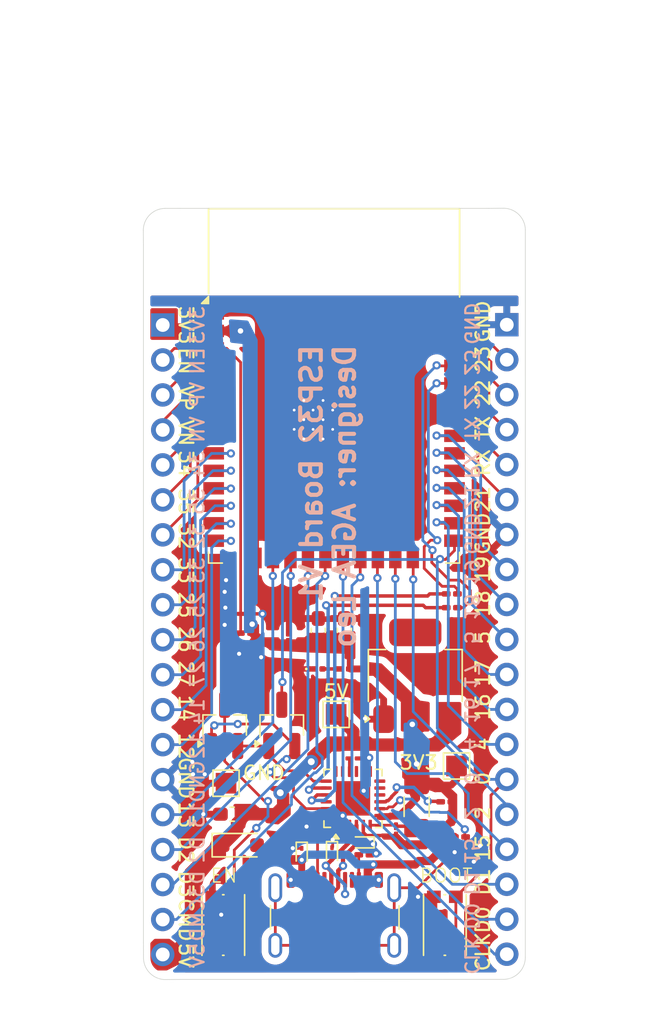
<source format=kicad_pcb>
(kicad_pcb (version 20241229) (generator "pcbnew") (generator_version "9.0")
  (layers (0 "F.Cu" signal) (2 "B.Cu" signal) (13 "F.Paste" user) (15 "B.Paste" user) (5 "F.SilkS" user "F.Silkscreen") (7 "B.SilkS" user "B.Silkscreen") (1 "F.Mask" user) (3 "B.Mask" user) (25 "Edge.Cuts" user))
  (net 0 "")
  (net 1 "GND")
  (net 2 "EXT 5V")
  (net 3 "+3.3V")
  (net 4 "Net-(U2-VPP)")
  (net 5 "Net-(U2-VDD)")
  (net 6 "/EN")
  (net 7 "Net-(D1-A)")
  (net 8 "VBUS")
  (net 9 "/D+")
  (net 10 "/D-")
  (net 11 "Net-(J1-SHIELD)")
  (net 12 "Net-(J1-CC1)")
  (net 13 "Net-(J1-CC2)")
  (net 14 "/IO35")
  (net 15 "/IO26")
  (net 16 "/IO27")
  (net 17 "/SD2")
  (net 18 "/IO14")
  (net 19 "/IO12")
  (net 20 "/SENSOR_VN")
  (net 21 "/IO33")
  (net 22 "/IO25")
  (net 23 "/SD3")
  (net 24 "/IO34")
  (net 25 "/CMD")
  (net 26 "/IO32")
  (net 27 "/IO13")
  (net 28 "/SENSOR_VP")
  (net 29 "/IO16")
  (net 30 "/SD0")
  (net 31 "/IO21")
  (net 32 "/IO4")
  (net 33 "/IO0")
  (net 34 "/IO18")
  (net 35 "/IO23")
  (net 36 "/SD1")
  (net 37 "/IO17")
  (net 38 "/TXD0")
  (net 39 "/IO19")
  (net 40 "/IO15")
  (net 41 "/RXD0")
  (net 42 "/CLK")
  (net 43 "/IO5")
  (net 44 "/IO2")
  (net 45 "/IO22")
  (net 46 "/RTS")
  (net 47 "/DTR")
  (net 48 "/TXD")
  (net 49 "/RXD")
  (net 50 "Net-(U2-VBUS)")
  (net 51 "Net-(U2-~{RST})")
  (net 52 "/DSR")
  (net 53 "/RI")
  (net 57 "/CTS")
  (net 60 "Net-(U2-~{SUSPEND})")
  (net 61 "/DCD")
  (footprint "ESP32:SOT-223" (layer "F.Cu") (at 208.75 74.7 90)
    (property "Reference" "U1" (hide yes))
    (property "Value" "AMS1117-3.3")
  )
  (footprint "ESP32:TestPoint_Pad_1.5x1.5mm" (layer "F.Cu") (at 211.75 81.25)
    (property "Reference" "3V3")
    (property "Value" "TestPoint_Pad_1.5x1.5mm")
  )
  (footprint "ESP32:SOT-23_Handsoldering" (layer "F.Cu") (at 199.05 78.3 90)
    (property "Reference" "Q1" (hide yes))
    (property "Value" "BSS138")
  )
  (footprint "ESP32:C_01005_0402Metric_Pad0.57x0.30mm_HandSolder" (layer "F.Cu") (at 199.5 71.9 90)
    (property "Reference" "C8" (hide yes))
    (property "Value" "100n")
  )
  (footprint "ESP32:R_0201_0603Metric_Pad0.64x0.40mm_HandSolder" (layer "F.Cu") (at 211 83.85 180)
    (property "Reference" "R8" (hide yes))
    (property "Value" "2k")
  )
  (footprint "ESP32:D_SOD-923" (layer "F.Cu") (at 200.5 87.65 -90)
    (property "Reference" "D5" (hide yes))
    (property "Value" "ESD9B5.0ST5G")
  )
  (footprint "ESP32:C_1206_3216Metric_Pad1.33x1.80mm_HandSolder" (layer "F.Cu") (at 208.85 84.2 -90)
    (property "Reference" "C5" (hide yes))
    (property "Value" "10µ")
  )
  (footprint "ESP32:R_0201_0603Metric_Pad0.64x0.40mm_HandSolder" (layer "F.Cu") (at 211.4075 68.75 180)
    (property "Reference" "R2" (hide yes))
    (property "Value" "0R")
  )
  (footprint "ESP32:R_0201_0603Metric_Pad0.64x0.40mm_HandSolder" (layer "F.Cu") (at 212 86.4)
    (property "Reference" "R5" (hide yes))
    (property "Value" "22k")
  )
  (footprint "ESP32:D_SOD-323_HandSoldering" (layer "F.Cu") (at 196 87)
    (property "Reference" "D2" (hide yes))
    (property "Value" "BAT760-7")
  )
  (footprint "ESP32:D_SOD-923" (layer "F.Cu") (at 202.7 87.6 -90)
    (property "Reference" "D3" (hide yes))
    (property "Value" "ESD9B5.0ST5G")
  )
  (footprint "ESP32:LED_0201_0603Metric" (layer "F.Cu") (at 201.6875 74.2)
    (property "Reference" "D1" (hide yes))
    (property "Value" "RED")
  )
  (footprint "ESP32:TestPoint_Pad_1.5x1.5mm" (layer "F.Cu") (at 195 82.5)
    (property "Reference" "GND")
    (property "Value" "TestPoint_Pad_1.5x1.5mm")
  )
  (footprint "ESP32:C_0603_1608Metric_Pad1.08x0.95mm_HandSolder" (layer "F.Cu") (at 195.45 84.75 180)
    (property "Reference" "C1" (hide yes))
    (property "Value" "22µ")
  )
  (footprint "ESP32:R_0201_0603Metric_Pad0.64x0.40mm_HandSolder" (layer "F.Cu") (at 203.62 74.2 180)
    (property "Reference" "R4" (hide yes))
    (property "Value" "2k")
  )
  (footprint "ESP32:ESP32-WROOM-32D" (layer "F.Cu") (at 202.85 56.63)
    (property "Reference" "U3" (hide yes))
    (property "Value" "ESP32-WROOM-32D")
  )
  (footprint "ESP32:D_SOD-923" (layer "F.Cu") (at 204.9 86.8 180)
    (property "Reference" "D4" (hide yes))
    (property "Value" "ESD9B5.0ST5G")
  )
  (footprint "ESP32:PinHeader_1x19_P2.54mm_Vertical" (layer "F.Cu") (at 215.4 49.2)
    (property "Reference" "J3" (hide yes))
    (property "Value" "Conn_01x19_Socket")
  )
  (footprint "ESP32:R_01005_0402Metric_Pad0.57x0.30mm_HandSolder" (layer "F.Cu") (at 212.0625 87.4 180)
    (property "Reference" "R6" (hide yes))
    (property "Value" "47,5k")
  )
  (footprint "ESP32:QFN-24-1EP_4x4mm_P0.5mm_EP2.5x2.5mm" (layer "F.Cu") (at 204.225 83.6 90)
    (property "Reference" "U2" (hide yes))
    (property "Value" "CP2104")
  )
  (footprint "ESP32:C_01005_0402Metric_Pad0.57x0.30mm_HandSolder" (layer "F.Cu") (at 204.3 80.7)
    (property "Reference" "C3" (hide yes))
    (property "Value" "4,7µ")
  )
  (footprint "ESP32:C_01005_0402Metric_Pad0.57x0.30mm_HandSolder" (layer "F.Cu") (at 207.35 85.9625 90)
    (property "Reference" "C4" (hide yes))
    (property "Value" "100n")
  )
  (footprint "ESP32:PinHeader_1x19_P2.54mm_Vertical" (layer "F.Cu") (at 190.4 49.22)
    (property "Reference" "J2" (hide yes))
    (property "Value" "Conn_01x19_Socket")
  )
  (footprint "ESP32:R_0201_0603Metric_Pad0.64x0.40mm_HandSolder" (layer "F.Cu") (at 211.4075 69.75 180)
    (property "Reference" "R3" (hide yes))
    (property "Value" "0R")
  )
  (footprint "ESP32:TestPoint_Pad_1.5x1.5mm" (layer "F.Cu") (at 203 77.5)
    (property "Reference" "5V")
    (property "Value" "TestPoint_Pad_1.5x1.5mm")
  )
  (footprint "ESP32:C_0603_1608Metric_Pad1.08x0.95mm_HandSolder" (layer "F.Cu") (at 203.6 71.4 90)
    (property "Reference" "C2" (hide yes))
    (property "Value" "22µ")
  )
  (footprint "ESP32:SW_Push_1P1T_NO_CK_KMR2" (layer "F.Cu") (at 194.8 92.8 90)
    (property "Reference" "SW1" (hide yes))
    (property "Value" "SW_Push")
  )
  (footprint "ESP32:R_0201_0603Metric_Pad0.64x0.40mm_HandSolder" (layer "F.Cu") (at 196.45 71.6 180)
    (property "Reference" "R11" (hide yes))
    (property "Value" "10k")
  )
  (footprint "ESP32:USB_C_Receptacle_GCT_USB4105-xx-A_16P_TopMnt_Horizontal" (layer "F.Cu") (at 202.9 93.2)
    (property "Reference" "J1" (hide yes))
    (property "Value" "USB_C_Receptacle_USB2.0_14P")
  )
  (footprint "ESP32:R_0201_0603Metric_Pad0.64x0.40mm_HandSolder" (layer "F.Cu") (at 205.05 87.7)
    (property "Reference" "R7" (hide yes))
    (property "Value" "5,1k")
  )
  (footprint "ESP32:C_01005_0402Metric_Pad0.57x0.30mm_HandSolder" (layer "F.Cu") (at 196.4 70.2)
    (property "Reference" "C7" (hide yes))
    (property "Value" "100n")
  )
  (footprint "ESP32:SW_Push_1P1T_NO_CK_KMR2" (layer "F.Cu") (at 210.9 92.8 90)
    (property "Reference" "SW2" (hide yes))
    (property "Value" "SW_Push")
  )
  (footprint "ESP32:R_0201_0603Metric_Pad0.64x0.40mm_HandSolder" (layer "F.Cu") (at 201.25 86.2)
    (property "Reference" "R9" (hide yes))
    (property "Value" "5,1k")
  )
  (footprint "ESP32:SOT-23_Handsoldering" (layer "F.Cu") (at 194.9 78.3 90)
    (property "Reference" "Q2" (hide yes))
    (property "Value" "BSS138")
  )
  (footprint "ESP32:R_01005_0402Metric_Pad0.57x0.30mm_HandSolder" (layer "F.Cu") (at 212.025 88.2)
    (property "Reference" "R1" (hide yes))
    (property "Value" "1M")
  )
  (footprint "ESP32:C_0603_1608Metric_Pad1.08x0.95mm_HandSolder" (layer "F.Cu") (at 201.7 71.4 90)
    (property "Reference" "C6" (hide yes))
    (property "Value" "22µ")
  )
  (gr_line (start 188.998833 94.101167) (end 189.001698 95.1828) (stroke (width 0.05)) (layer "Edge.Cuts"))
  (gr_arc (start 190.597201 96.761317) (mid 189.475 96.3) (end 189.001698 95.1828) (stroke (width 0.05)) (layer "Edge.Cuts"))
  (gr_arc (start 216.745502 95.15) (mid 216.284185 96.272201) (end 215.166985 96.745503) (stroke (width 0.05)) (layer "Edge.Cuts"))
  (gr_line (start 188.998833 94.101167) (end 188.998833 43.398833) (stroke (width 0.05)) (layer "Edge.Cuts"))
  (gr_line (start 190.597201 96.761317) (end 191.6488 96.751167) (stroke (width 0.05)) (layer "Edge.Cuts"))
  (gr_line (start 215.167674 96.745503) (end 191.6488 96.751167) (stroke (width 0.05)) (layer "Edge.Cuts"))
  (gr_arc (start 215.152799 40.738683) (mid 216.275 41.2) (end 216.748302 42.3172) (stroke (width 0.05)) (layer "Edge.Cuts"))
  (gr_line (start 216.748302 42.315144) (end 216.745502 95.15) (stroke (width 0.05)) (layer "Edge.Cuts"))
  (gr_arc (start 188.988683 42.347201) (mid 189.45 41.225) (end 190.5672 40.751698) (stroke (width 0.05)) (layer "Edge.Cuts"))
  (gr_line (start 214.101167 40.748833) (end 215.152799 40.738683) (stroke (width 0.05)) (layer "Edge.Cuts"))
  (gr_line (start 190.5672 40.748833) (end 191.648833 40.748833) (stroke (width 0.05)) (layer "Edge.Cuts"))
  (gr_line (start 188.988683 42.3472) (end 188.998833 43.398833) (stroke (width 0.05)) (layer "Edge.Cuts"))
  (gr_line (start 191.648833 40.748833) (end 214.101167 40.748833) (stroke (width 0.05)) (layer "Edge.Cuts"))
  (gr_text "12" (at 191.5 78.75 270) (layer "F.SilkS") (effects (font (size 1 1) (thickness 0.16)) (justify left bottom)))
  (gr_text "18" (at 214.25 70.5 90) (layer "F.SilkS") (effects (font (size 1 1) (thickness 0.16)) (justify left bottom)))
  (gr_text "13" (at 191.5 83.75 270) (layer "F.SilkS") (effects (font (size 1 1) (thickness 0.16)) (justify left bottom)))
  (gr_text "GND" (at 214.25 50.6 90) (layer "F.SilkS") (effects (font (size 1 1) (thickness 0.16)) (justify left bottom)))
  (gr_text "25" (at 191.5 68.5 270) (layer "F.SilkS") (effects (font (size 1 1) (thickness 0.16)) (justify left bottom)))
  (gr_text "15" (at 214.25 88.25 90) (layer "F.SilkS") (effects (font (size 1 1) (thickness 0.16)) (justify left bottom)))
  (gr_text "32" (at 191.5 63.5 270) (layer "F.SilkS") (effects (font (size 1 1) (thickness 0.16)) (justify left bottom)))
  (gr_text "D2" (at 191.5 86.25 270) (layer "F.SilkS") (effects (font (size 1 1) (thickness 0.16)) (justify left bottom)))
  (gr_text "33" (at 191.5 66 270) (layer "F.SilkS") (effects (font (size 1 1) (thickness 0.16)) (justify left bottom)))
  (gr_text "GND" (at 191.5 80.5 270) (layer "F.SilkS") (effects (font (size 1 1) (thickness 0.16)) (justify left bottom)))
  (gr_text "TX" (at 214.25 57.65 90) (layer "F.SilkS") (effects (font (size 1 1) (thickness 0.16)) (justify left bottom)))
  (gr_text "26" (at 191.5 71 270) (layer "F.SilkS") (effects (font (size 1 1) (thickness 0.16)) (justify left bottom)))
  (gr_text "22\n" (at 214.25 55.2 90) (layer "F.SilkS") (effects (font (size 1 1) (thickness 0.16)) (justify left bottom)))
  (gr_text "17" (at 214.25 74.5 90) (layer "F.SilkS") (effects (font (size 1 1) (thickness 0.16)) (justify bottom)))
  (gr_text "27" (at 191.5 73.5 270) (layer "F.SilkS") (effects (font (size 1 1) (thickness 0.16)) (justify left bottom)))
  (gr_text "0" (at 214.25 82.75 90) (layer "F.SilkS") (effects (font (size 1 1) (thickness 0.16)) (justify left bottom)))
  (gr_text "34" (at 191.5 58.25 270) (layer "F.SilkS") (effects (font (size 1 1) (thickness 0.16)) (justify left bottom)))
  (gr_text "2" (at 214.25 85.25 90) (layer "F.SilkS") (effects (font (size 1 1) (thickness 0.16)) (justify left bottom)))
  (gr_text "4" (at 214.25 80.25 90) (layer "F.SilkS") (effects (font (size 1 1) (thickness 0.16)) (justify left bottom)))
  (gr_text "D0" (at 214.25 93.5 90) (layer "F.SilkS") (effects (font (size 1 1) (thickness 0.16)) (justify left bottom)))
  (gr_text "19" (at 214.25 68 90) (layer "F.SilkS") (effects (font (size 1 1) (thickness 0.16)) (justify left bottom)))
  (gr_text "23" (at 214.25 52.75 90) (layer "F.SilkS") (effects (font (size 1 1) (thickness 0.16)) (justify left bottom)))
  (gr_text "VN" (at 191.5 56 270) (layer "F.SilkS") (effects (font (size 1 1) (thickness 0.16)) (justify left bottom)))
  (gr_text "35" (at 191.5 61 270) (layer "F.SilkS") (effects (font (size 1 1) (thickness 0.16)) (justify left bottom)))
  (gr_text "D1" (at 214.25 90.75 90) (layer "F.SilkS") (effects (font (size 1 1) (thickness 0.16)) (justify left bottom)))
  (gr_text "D3" (at 191.5 88.75 270) (layer "F.SilkS") (effects (font (size 1 1) (thickness 0.16)) (justify left bottom)))
  (gr_text "CMD" (at 191.5 90.75 270) (layer "F.SilkS") (effects (font (size 1 1) (thickness 0.16)) (justify left bottom)))
  (gr_text "GND" (at 214.25 66 90) (layer "F.SilkS") (effects (font (size 1 1) (thickness 0.16)) (justify left bottom)))
  (gr_text "16" (at 214.25 78 90) (layer "F.SilkS") (effects (font (size 1 1) (thickness 0.16)) (justify left bottom)))
  (gr_text "EN\n" (at 193.8 89.8 0) (layer "F.SilkS") (effects (font (size 1 1) (thickness 0.1)) (justify left bottom)))
  (gr_text "3V3" (at 191.5 47.75 270) (layer "F.SilkS") (effects (font (size 1 1) (thickness 0.16)) (justify left bottom)))
  (gr_text "5V" (at 191.5 94 270) (layer "F.SilkS") (effects (font (size 1 1) (thickness 0.16)) (justify left bottom)))
  (gr_text "14" (at 191.5 76 270) (layer "F.SilkS") (effects (font (size 1 1) (thickness 0.16)) (justify left bottom)))
  (gr_text "BOOT\n" (at 209 89.8 0) (layer "F.SilkS") (effects (font (size 1 1) (thickness 0.1)) (justify left bottom)))
  (gr_text "21" (at 214.25 62.95 90) (layer "F.SilkS") (effects (font (size 1 1) (thickness 0.16)) (justify left bottom)))
  (gr_text "EN" (at 191.5 50.75 270) (layer "F.SilkS") (effects (font (size 1 1) (thickness 0.16)) (justify left bottom)))
  (gr_text "VP" (at 191.5 53.5 270) (layer "F.SilkS") (effects (font (size 1 1) (thickness 0.16)) (justify left bottom)))
  (gr_text "CLK" (at 214.25 96.25 90) (layer "F.SilkS") (effects (font (size 1 1) (thickness 0.16)) (justify left bottom)))
  (gr_text "RX" (at 214.25 60.3 90) (layer "F.SilkS") (effects (font (size 1 1) (thickness 0.16)) (justify left bottom)))
  (gr_text "5" (at 214.25 72.5 90) (layer "F.SilkS") (effects (font (size 1 1) (thickness 0.16)) (justify left bottom)))
  (gr_text "5" (at 212.25 72.5 270) (layer "B.SilkS") (effects (font (size 1 1) (thickness 0.16)) (justify left bottom mirror)))
  (gr_text "33" (at 193.5 66 90) (layer "B.SilkS") (effects (font (size 1 1) (thickness 0.16)) (justify left bottom mirror)))
  (gr_text "EN\n" (at 193.5 50.75 90) (layer "B.SilkS") (effects (font (size 1 1) (thickness 0.16)) (justify left bottom mirror)))
  (gr_text "27" (at 193.5 73.5 90) (layer "B.SilkS") (effects (font (size 1 1) (thickness 0.16)) (justify left bottom mirror)))
  (gr_text "0" (at 212.25 82.75 270) (layer "B.SilkS") (effects (font (size 1 1) (thickness 0.16)) (justify left bottom mirror)))
  (gr_text "18" (at 212.25 70.75 270) (layer "B.SilkS") (effects (font (size 1 1) (thickness 0.16)) (justify left bottom mirror)))
  (gr_text "32" (at 193.5 63.5 90) (layer "B.SilkS") (effects (font (size 1 1) (thickness 0.16)) (justify left bottom mirror)))
  (gr_text "D3" (at 193.5 88.75 90) (layer "B.SilkS") (effects (font (size 1 1) (thickness 0.16)) (justify left bottom mirror)))
  (gr_text "12" (at 193.5 78.75 90) (layer "B.SilkS") (effects (font (size 1 1) (thickness 0.16)) (justify left bottom mirror)))
  (gr_text "D0" (at 212.25 93.25 270) (layer "B.SilkS") (effects (font (size 1 1) (thickness 0.16)) (justify left bottom mirror)))
  (gr_text "15" (at 212.25 88.5 270) (layer "B.SilkS") (effects (font (size 1 1) (thickness 0.16)) (justify left bottom mirror)))
  (gr_text "17" (at 212.25 75.75 270) (layer "B.SilkS") (effects (font (size 1 1) (thickness 0.16)) (justify left bottom mirror)))
  (gr_text "VN\n" (at 193.5 55.75 90) (layer "B.SilkS") (effects (font (size 1 1) (thickness 0.16)) (justify left bottom mirror)))
  (gr_text "CMD" (at 193.5 90.75 90) (layer "B.SilkS") (effects (font (size 1 1) (thickness 0.16)) (justify left bottom mirror)))
  (gr_text "GND" (at 193.5 80.75 90) (layer "B.SilkS") (effects (font (size 1 1) (thickness 0.16)) (justify left bottom mirror)))
  (gr_text "VP" (at 193.5 53.25 90) (layer "B.SilkS") (effects (font (size 1 1) (thickness 0.16)) (justify left bottom mirror)))
  (gr_text "34" (at 193.5 58.25 90) (layer "B.SilkS") (effects (font (size 1 1) (thickness 0.16)) (justify left bottom mirror)))
  (gr_text "26" (at 193.5 71 90) (layer "B.SilkS") (effects (font (size 1 1) (thickness 0.16)) (justify left bottom mirror)))
  (gr_text "GND" (at 212.25 66 270) (layer "B.SilkS") (effects (font (size 1 1) (thickness 0.16)) (justify left bottom mirror)))
  (gr_text "RX" (at 212.25 60.5 270) (layer "B.SilkS") (effects (font (size 1 1) (thickness 0.16)) (justify left bottom mirror)))
  (gr_text "TX" (at 212.25 57.75 270) (layer "B.SilkS") (effects (font (size 1 1) (thickness 0.16)) (justify left bottom mirror)))
  (gr_text "22" (at 212.25 55.5 270) (layer "B.SilkS") (effects (font (size 1 1) (thickness 0.16)) (justify left bottom mirror)))
  (gr_text "5V" (at 193.5 94 90) (layer "B.SilkS") (effects (font (size 1 1) (thickness 0.16)) (justify left bottom mirror)))
  (gr_text "2" (at 212.25 85.25 270) (layer "B.SilkS") (effects (font (size 1 1) (thickness 0.16)) (justify left bottom mirror)))
  (gr_text "14" (at 193.5 76.25 90) (layer "B.SilkS") (effects (font (size 1 1) (thickness 0.16)) (justify left bottom mirror)))
  (gr_text "25" (at 193.5 68.5 90) (layer "B.SilkS") (effects (font (size 1 1) (thickness 0.16)) (justify left bottom mirror)))
  (gr_text "CLK" (at 212.25 96.5 270) (layer "B.SilkS") (effects (font (size 1 1) (thickness 0.16)) (justify left bottom mirror)))
  (gr_text "D1" (at 212.25 90.75 270) (layer "B.SilkS") (effects (font (size 1 1) (thickness 0.16)) (justify left bottom mirror)))
  (gr_text "4" (at 212.25 80.25 270) (layer "B.SilkS") (effects (font (size 1 1) (thickness 0.16)) (justify left bottom mirror)))
  (gr_text "23" (at 212.25 53 270) (layer "B.SilkS") (effects (font (size 1 1) (thickness 0.16)) (justify left bottom mirror)))
  (gr_text "3V3" (at 193.5 47.75 90) (layer "B.SilkS") (effects (font (size 1 1) (thickness 0.16)) (justify left bottom mirror)))
  (gr_text "D2" (at 193.5 86.25 90) (layer "B.SilkS") (effects (font (size 1 1) (thickness 0.16)) (justify left bottom mirror)))
  (gr_text "16" (at 212.25 78.25 270) (layer "B.SilkS") (effects (font (size 1 1) (thickness 0.16)) (justify left bottom mirror)))
  (gr_text "ESP32 Board V1\nDesigner: AGEA Leo" (at 204.5 50.5 90) (layer "B.SilkS") (effects (font (size 1.5 1.5) (thickness 0.3) (bold yes)) (justify left bottom mirror)))
  (gr_text "13" (at 193.5 83.75 90) (layer "B.SilkS") (effects (font (size 1 1) (thickness 0.16)) (justify left bottom mirror)))
  (gr_text "19" (at 212.25 68.25 270) (layer "B.SilkS") (effects (font (size 1 1) (thickness 0.16)) (justify left bottom mirror)))
  (gr_text "35" (at 193.5 61 90) (layer "B.SilkS") (effects (font (size 1 1) (thickness 0.16)) (justify left bottom mirror)))
  (gr_text "GND" (at 212.25 50.75 270) (layer "B.SilkS") (effects (font (size 1 1) (thickness 0.16)) (justify left bottom mirror)))
  (gr_text "21" (at 212.25 62.75 270) (layer "B.SilkS") (effects (font (size 1 1) (thickness 0.16)) (justify left bottom mirror)))
  (segment (start 205.35 80.7) (end 205.4 80.65) (width 0.25) (layer "F.Cu") (net 1))
  (segment (start 202.75 87.13) (end 202.7 87.18) (width 0.2) (layer "F.Cu") (net 1))
  (segment (start 200.5 87.23) (end 199.86 87.23) (width 0.2) (layer "F.Cu") (net 1))
  (segment (start 210.1 90.75) (end 208.95 90.75) (width 0.2) (layer "F.Cu") (net 1))
  (segment (start 205.550735 86.8) (end 205.675735 86.925) (width 0.2) (layer "F.Cu") (net 1))
  (segment (start 204.225 83.6) (end 204.225 83.475) (width 0.25) (layer "F.Cu") (net 1))
  (segment (start 202.75 86.6) (end 202.75 87.13) (width 0.2) (layer "F.Cu") (net 1))
  (segment (start 205.32 86.8) (end 205.550735 86.8) (width 0.2) (layer "F.Cu") (net 1))
  (segment (start 206.45 77.85) (end 205.15 77.85) (width 0.2) (layer "F.Cu") (net 1))
  (segment (start 204.45 83.6) (end 205 83.05) (width 0.25) (layer "F.Cu") (net 1))
  (segment (start 199.86 87.23) (end 199.85 87.22) (width 0.2) (layer "F.Cu") (net 1))
  (segment (start 196.7375 70.2) (end 197.65 70.2) (width 0.25) (layer "F.Cu") (net 1))
  (segment (start 205.4575 87.7) (end 205.803473 87.7) (width 0.2) (layer "F.Cu") (net 1))
  (segment (start 204.6375 80.7) (end 205.35 80.7) (width 0.25) (layer "F.Cu") (net 1))
  (segment (start 205.803473 87.7) (end 205.902473 87.601) (width 0.2) (layer "F.Cu") (net 1))
  (segment (start 200.8425 86.2) (end 200.8425 85.6575) (width 0.2) (layer "F.Cu") (net 1))
  (segment (start 194.5875 84.75) (end 193.35 84.75) (width 0.25) (layer "F.Cu") (net 1))
  (segment (start 203.475 85.55) (end 203.475001 84.857616) (width 0.2) (layer "F.Cu") (net 1))
  (segment (start 212.3625 88.2) (end 213 88.2) (width 0.2) (layer "F.Cu") (net 1))
  (segment (start 211.725 87.4) (end 211.720372 87.4) (width 0.2) (layer "F.Cu") (net 1))
  (segment (start 205.15 77.85) (end 205.1 77.8) (width 0.2) (layer "F.Cu") (net 1))
  (segment (start 211.720372 87.4) (end 211.610186 87.510186) (width 0.2) (layer "F.Cu") (net 1))
  (segment (start 194 90.75) (end 194 94.85) (width 0.2) (layer "F.Cu") (net 1))
  (segment (start 204.225 83.475) (end 204.2 83.45) (width 0.25) (layer "F.Cu") (net 1))
  (segment (start 204.225 83.6) (end 204.45 83.6) (width 0.25) (layer "F.Cu") (net 1))
  (segment (start 200.8425 85.6575) (end 200.85 85.65) (width 0.2) (layer "F.Cu") (net 1))
  (via (at 197.65 70.2) (size 0.6) (drill 0.3) (layers "F.Cu" "B.Cu") (net 1))
  (via (at 213.45 87.05) (size 0.6) (drill 0.3) (layers "F.Cu" "B.Cu") (net 1))
  (via (at 197.55 73.35) (size 0.6) (drill 0.3) (layers "F.Cu" "B.Cu") (net 1))
  (via (at 208.95 90.75) (size 0.6) (drill 0.3) (layers "F.Cu" "B.Cu") (net 1))
  (via (at 205.4 80.65) (size 0.6) (drill 0.3) (layers "F.Cu" "B.Cu") (net 1))
  (via (at 195.95 73.1) (size 0.6) (drill 0.3) (layers "F.Cu" "B.Cu") (net 1))
  (via (at 195 67.75) (size 0.6) (drill 0.3) (layers "F.Cu" "B.Cu") (net 1))
  (via (at 206.1 89.52) (size 0.6) (drill 0.3) (layers "F.Cu" "B.Cu") (net 1))
  (via (at 200.85 85.65) (size 0.6) (drill 0.3) (layers "F.Cu" "B.Cu") (net 1))
  (via (at 199.7 89.52) (size 0.6) (drill 0.3) (layers "F.Cu" "B.Cu") (net 1))
  (via (at 203.475001 84.857616) (size 0.6) (drill 0.3) (layers "F.Cu" "B.Cu") (net 1))
  (via (at 194.9 68.6) (size 0.6) (drill 0.3) (layers "F.Cu" "B.Cu") (net 1))
  (via (at 192.6 81.85) (size 0.6) (drill 0.3) (layers "F.Cu" "B.Cu") (net 1))
  (via (at 192.55 80.95) (size 0.6) (drill 0.3) (layers "F.Cu" "B.Cu") (net 1))
  (via (at 194.9 71) (size 0.6) (drill 0.3) (layers "F.Cu" "B.Cu") (net 1))
  (via (at 205 83.05) (size 0.6) (drill 0.3) (layers "F.Cu" "B.Cu") (net 1))
  (via (at 193.35 84.75) (size 0.6) (drill 0.3) (layers "F.Cu" "B.Cu") (net 1))
  (via (at 199.85 87.22) (size 0.6) (drill 0.3) (layers "F.Cu" "B.Cu") (net 1))
  (via (at 211.610186 87.510186) (size 0.6) (drill 0.3) (layers "F.Cu" "B.Cu") (net 1))
  (via (at 194.95 69.75) (size 0.6) (drill 0.3) (layers "F.Cu" "B.Cu") (net 1))
  (via (at 193.45 81.85) (size 0.6) (drill 0.3) (layers "F.Cu" "B.Cu") (net 1))
  (via (at 194.65 92.05) (size 0.6) (drill 0.3) (layers "F.Cu" "B.Cu") (net 1))
  (via (at 202.75 86.6) (size 0.6) (drill 0.3) (layers "F.Cu" "B.Cu") (net 1))
  (via (at 205.902473 87.601) (size 0.6) (drill 0.3) (layers "F.Cu" "B.Cu") (net 1))
  (via (at 213 88.2) (size 0.6) (drill 0.3) (layers "F.Cu" "B.Cu") (net 1))
  (via (at 205.675735 86.925) (size 0.6) (drill 0.3) (layers "F.Cu" "B.Cu") (net 1))
  (via (at 205.1 77.8) (size 0.6) (drill 0.3) (layers "F.Cu" "B.Cu") (net 1))
  (segment (start 195.95 72.05) (end 194.9 71) (width 0.2) (layer "B.Cu") (net 1))
  (segment (start 197.55 73.35) (end 197.65 73.25) (width 0.2) (layer "B.Cu") (net 1))
  (segment (start 205 83.05) (end 205.4 82.65) (width 0.25) (layer "B.Cu") (net 1))
  (segment (start 205.4 82.65) (end 205.4 80.65) (width 0.25) (layer "B.Cu") (net 1))
  (segment (start 195.95 73.1) (end 195.95 72.05) (width 0.2) (layer "B.Cu") (net 1))
  (segment (start 197.65 73.25) (end 197.65 70.2) (width 0.2) (layer "B.Cu") (net 1))
  (segment (start 195.8 85.4) (end 196.3125 84.8875) (width 0.9) (layer "F.Cu") (net 2))
  (segment (start 210.201 79.699) (end 211.05 78.85) (width 0.9) (layer "F.Cu") (net 2))
  (segment (start 191.46 94.94) (end 190.4 94.94) (width 0.9) (layer "F.Cu") (net 2))
  (segment (start 194.75 87) (end 195.8 85.95) (width 0.9) (layer "F.Cu") (net 2))
  (segment (start 199.151 83.406082) (end 199.151 84.193918) (width 0.9) (layer "F.Cu") (net 2))
  (segment (start 202.432371 79.699) (end 204.25 79.699) (width 0.9) (layer "F.Cu") (net 2))
  (segment (start 204.25 79.699) (end 204.25 78.75) (width 0.9) (layer "F.Cu") (net 2))
  (segment (start 197.805082 84.75) (end 196.3125 84.75) (width 0.9) (layer "F.Cu") (net 2))
  (segment (start 201.192319 80.939052) (end 202.432371 79.699) (width 0.9) (layer "F.Cu") (net 2))
  (segment (start 196.3125 84.8875) (end 196.3125 84.75) (width 0.9) (layer "F.Cu") (net 2))
  (segment (start 211.05 78.85) (end 211.05 77.85) (width 0.9) (layer "F.Cu") (net 2))
  (segment (start 192.7 93.7) (end 191.46 94.94) (width 0.9) (layer "F.Cu") (net 2))
  (segment (start 192.7 89.05) (end 192.7 93.7) (width 0.9) (layer "F.Cu") (net 2))
  (segment (start 195.8 85.95) (end 195.8 85.4) (width 0.9) (layer "F.Cu") (net 2))
  (segment (start 204.25 79.699) (end 210.201 79.699) (width 0.9) (layer "F.Cu") (net 2))
  (segment (start 199.151 84.193918) (end 198.593918 84.751) (width 0.9) (layer "F.Cu") (net 2))
  (segment (start 194.75 87) (end 192.7 89.05) (width 0.9) (layer "F.Cu") (net 2))
  (segment (start 198.938145 83.193227) (end 199.151 83.406082) (width 0.9) (layer "F.Cu") (net 2))
  (segment (start 197.806082 84.751) (end 197.805082 84.75) (width 0.9) (layer "F.Cu") (net 2))
  (segment (start 204.25 78.75) (end 203 77.5) (width 0.9) (layer "F.Cu") (net 2))
  (segment (start 198.593918 84.751) (end 197.806082 84.751) (width 0.9) (layer "F.Cu") (net 2))
  (via (at 198.938145 83.193227) (size 1) (drill 0.5) (layers "F.Cu" "B.Cu") (net 2))
  (via (at 201.192319 80.939052) (size 1) (drill 0.5) (layers "F.Cu" "B.Cu") (net 2))
  (segment (start 198.938145 83.193227) (end 198.938145 83.149781) (width 0.9) (layer "B.Cu") (net 2))
  (segment (start 201.148874 80.939052) (end 201.192319 80.939052) (width 0.9) (layer "B.Cu") (net 2))
  (segment (start 198.938145 83.149781) (end 201.148874 80.939052) (width 0.9) (layer "B.Cu") (net 2))
  (segment (start 211.4075 83.85) (end 211.4075 85.265792) (width 0.5) (layer "F.Cu") (net 3))
  (segment (start 210.479504 82.6375) (end 208.85 82.6375) (width 0.5) (layer "F.Cu") (net 3))
  (segment (start 208.75 77.85) (end 208.75 76.9) (width 0.5) (layer "F.Cu") (net 3))
  (segment (start 206.903044 84.926) (end 206.175 84.926) (width 0.5) (layer "F.Cu") (net 3))
  (segment (start 190.83 49.65) (end 194.1 49.65) (width 0.5) (layer "F.Cu") (net 3))
  (segment (start 211.4075 83.85) (end 211.4075 83.565496) (width 0.5) (layer "F.Cu") (net 3))
  (segment (start 190.4 49.22) (end 190.83 49.65) (width 0.5) (layer "F.Cu") (net 3))
  (segment (start 211.75 82.25) (end 211.75 81.25) (width 0.5) (layer "F.Cu") (net 3))
  (segment (start 209.773292 86.9) (end 207.8865 86.9) (width 0.5) (layer "F.Cu") (net 3))
  (segment (start 211.3625 82.6375) (end 211.75 82.25) (width 0.5) (layer "F.Cu") (net 3))
  (segment (start 211.4075 85.265792) (end 209.773292 86.9) (width 0.5) (layer "F.Cu") (net 3))
  (segment (start 204.975 86.075) (end 205.2 86.3) (width 0.25) (layer "F.Cu") (net 3))
  (segment (start 206.05 74.2) (end 208.75 76.9) (width 0.5) (layer "F.Cu") (net 3))
  (segment (start 196.8575 70.9925) (end 196.9 70.95) (width 0.5) (layer "F.Cu") (net 3))
  (segment (start 196.8575 71.6) (end 196.8575 70.9925) (width 0.5) (layer "F.Cu") (net 3))
  (segment (start 204.0275 72.69) (end 203.6 72.2625) (width 0.5) (layer "F.Cu") (net 3))
  (segment (start 197.55 72.301) (end 201.6615 72.301) (width 0.5) (layer "F.Cu") (net 3))
  (segment (start 210.479504 82.6375) (end 210.25 82.6375) (width 0.5) (layer "F.Cu") (net 3))
  (segment (start 208.85 83.601413) (end 207.564913 84.8865) (width 0.5) (layer "F.Cu") (net 3))
  (segment (start 210.25 82.6375) (end 211.3625 82.6375) (width 0.5) (layer "F.Cu") (net 3))
  (segment (start 201.6615 72.301) (end 201.7 72.2625) (width 0.5) (layer "F.Cu") (net 3))
  (segment (start 206.942544 84.8865) (end 206.903044 84.926) (width 0.5) (layer "F.Cu") (net 3))
  (segment (start 211.4075 83.565496) (end 210.479504 82.6375) (width 0.5) (layer "F.Cu") (net 3))
  (segment (start 208.85 82.6375) (end 208.85 83.601413) (width 0.5) (layer "F.Cu") (net 3))
  (segment (start 205.2 86.3) (end 207.35 86.3) (width 0.25) (layer "F.Cu") (net 3))
  (segment (start 204.0275 74.2) (end 206.05 74.2) (width 0.5) (layer "F.Cu") (net 3))
  (segment (start 196.8575 71.6) (end 197.55 72.2925) (width 0.5) (layer "F.Cu") (net 3))
  (segment (start 207.564913 84.8865) (end 206.942544 84.8865) (width 0.5) (layer "F.Cu") (net 3))
  (segment (start 208.85 81.1) (end 208.85 82.6375) (width 0.5) (layer "F.Cu") (net 3))
  (segment (start 201.7 72.2625) (end 203.6 72.2625) (width 0.5) (layer "F.Cu") (net 3))
  (segment (start 204.0275 74.2) (end 204.0275 72.69) (width 0.5) (layer "F.Cu") (net 3))
  (segment (start 197.55 72.2925) (end 197.55 72.301) (width 0.5) (layer "F.Cu") (net 3))
  (segment (start 204.975 85.55) (end 204.975 86.075) (width 0.25) (layer "F.Cu") (net 3))
  (segment (start 196.05 49.65) (end 194.1 49.65) (width 0.5) (layer "F.Cu") (net 3))
  (segment (start 207.8865 86.9) (end 207.35 86.3635) (width 0.5) (layer "F.Cu") (net 3))
  (via (at 196.9 70.95) (size 0.8) (drill 0.4) (layers "F.Cu" "B.Cu") (net 3))
  (via (at 208.534783 78.224733) (size 0.8) (drill 0.4) (layers "F.Cu" "B.Cu") (net 3))
  (via (at 208.85 81.1) (size 0.8) (drill 0.4) (layers "F.Cu" "B.Cu") (net 3))
  (via (at 196.05 49.65) (size 0.8) (drill 0.4) (layers "F.Cu" "B.Cu") (net 3))
  (segment (start 196.9 50.5) (end 196.05 49.65) (width 0.5) (layer "B.Cu") (net 3))
  (segment (start 208.85 81.1) (end 208.8 81.05) (width 0.5) (layer "B.Cu") (net 3))
  (segment (start 208.8 79.14995) (end 208.580025 78.929975) (width 0.5) (layer "B.Cu") (net 3))
  (segment (start 208.580025 78.929975) (end 208.580025 78.269975) (width 0.5) (layer "B.Cu") (net 3))
  (segment (start 208.580025 78.269975) (end 208.534783 78.224733) (width 0.5) (layer "B.Cu") (net 3))
  (segment (start 196.9 70.95) (end 196.9 50.5) (width 0.5) (layer "B.Cu") (net 3))
  (segment (start 208.8 81.05) (end 208.8 79.14995) (width 0.5) (layer "B.Cu") (net 3))
  (segment (start 203.9625 81.6375) (end 203.975 81.65) (width 0.2) (layer "F.Cu") (net 4))
  (segment (start 203.9625 80.7) (end 203.9625 81.6375) (width 0.2) (layer "F.Cu") (net 4))
  (segment (start 208.85 85.7625) (end 208.7125 85.625) (width 0.25) (layer "F.Cu") (net 5))
  (segment (start 205.475 85.55) (end 207.3125 85.55) (width 0.2) (layer "F.Cu") (net 5))
  (segment (start 207.3125 85.55) (end 207.35 85.5125) (width 0.2) (layer "F.Cu") (net 5))
  (segment (start 208.7125 85.625) (end 207.35 85.625) (width 0.25) (layer "F.Cu") (net 5))
  (segment (start 195.6 94.85) (end 195.6 90.75) (width 0.2) (layer "F.Cu") (net 6))
  (segment (start 194.9 76.8) (end 194.9 72.7425) (width 0.2) (layer "F.Cu") (net 6))
  (segment (start 191.24 50.92) (end 194.1 50.92) (width 0.2) (layer "F.Cu") (net 6))
  (segment (start 195.6 90.75) (end 195.6 87.35) (width 0.2) (layer "F.Cu") (net 6))
  (segment (start 198.047527 83.801) (end 198.046527 83.8) (width 0.2) (layer "F.Cu") (net 6))
  (segment (start 195.05 50.92) (end 194.1 50.92) (width 0.2) (layer "F.Cu") (net 6))
  (segment (start 196.0625 51.9325) (end 195.05 50.92) (width 0.2) (layer "F.Cu") (net 6))
  (segment (start 190.4 51.76) (end 191.24 50.92) (width 0.2) (layer "F.Cu") (net 6))
  (segment (start 194.9 80.899) (end 194.9 76.8) (width 0.2) (layer "F.Cu") (net 6))
  (segment (start 195.6 87.35) (end 197.2 85.75) (width 0.2) (layer "F.Cu") (net 6))
  (segment (start 196.0625 70.2) (end 196.0625 51.9325) (width 0.2) (layer "F.Cu") (net 6))
  (segment (start 196.0625 71.58) (end 196.0425 71.6) (width 0.2) (layer "F.Cu") (net 6))
  (segment (start 198.046527 83.8) (end 197.801 83.8) (width 0.2) (layer "F.Cu") (net 6))
  (segment (start 196.0625 70.2) (end 196.0625 71.58) (width 0.2) (layer "F.Cu") (net 6))
  (segment (start 194.9 72.7425) (end 196.0425 71.6) (width 0.2) (layer "F.Cu") (net 6))
  (segment (start 197.801 83.8) (end 194.9 80.899) (width 0.2) (layer "F.Cu") (net 6))
  (via (at 198.047527 83.801) (size 0.6) (drill 0.3) (layers "F.Cu" "B.Cu") (net 6))
  (via (at 197.2 85.75) (size 0.6) (drill 0.3) (layers "F.Cu" "B.Cu") (net 6))
  (segment (start 198.047527 83.801) (end 198.047527 84.902473) (width 0.2) (layer "B.Cu") (net 6))
  (segment (start 198.047527 84.902473) (end 197.2 85.75) (width 0.2) (layer "B.Cu") (net 6))
  (segment (start 202.0075 74.2) (end 203.2125 74.2) (width 0.25) (layer "F.Cu") (net 7))
  (segment (start 205.3 89.52) (end 205.3 88.8) (width 0.6) (layer "F.Cu") (net 8))
  (segment (start 200.5 89.52) (end 200.5 88.07) (width 0.5) (layer "F.Cu") (net 8))
  (segment (start 205.3 88.8) (end 205.699 88.401) (width 0.6) (layer "F.Cu") (net 8))
  (segment (start 208.749 88.401) (end 209 88.15) (width 0.6) (layer "F.Cu") (net 8))
  (segment (start 198.32 88.07) (end 200.5 88.07) (width 0.7) (layer "F.Cu") (net 8))
  (segment (start 209.839 88.15) (end 211.589 86.4) (width 0.6) (layer "F.Cu") (net 8))
  (segment (start 205.699 88.401) (end 208.749 88.401) (width 0.6) (layer "F.Cu") (net 8))
  (segment (start 197.25 87) (end 198.32 88.07) (width 0.7) (layer "F.Cu") (net 8))
  (segment (start 209 88.15) (end 209.839 88.15) (width 0.6) (layer "F.Cu") (net 8))
  (via (at 205.699 88.401) (size 0.6) (drill 0.3) (layers "F.Cu" "B.Cu") (net 8))
  (via (at 200.5 88.07) (size 0.6) (drill 0.3) (layers "F.Cu" "B.Cu") (net 8))
  (segment (start 204.535748 88.401) (end 203.826713 87.691965) (width 0.6) (layer "B.Cu") (net 8))
  (segment (start 200.878035 87.691965) (end 200.5 88.07) (width 0.6) (layer "B.Cu") (net 8))
  (segment (start 203.826713 87.691965) (end 200.878035 87.691965) (width 0.6) (layer "B.Cu") (net 8))
  (segment (start 205.699 88.401) (end 204.535748 88.401) (width 0.6) (layer "B.Cu") (net 8))
  (segment (start 203.9938 86.168801) (end 203.975 86.150001) (width 0.31) (layer "F.Cu") (net 9))
  (segment (start 203.519577 87.223961) (end 203.515364 87.228174) (width 0.31) (layer "F.Cu") (net 9))
  (segment (start 203.515364 87.228174) (end 202.250573 88.492965) (width 0.31) (layer "F.Cu") (net 9))
  (segment (start 202.65 88.9) (end 202.65 89.52) (width 0.31) (layer "F.Cu") (net 9))
  (segment (start 202.250573 88.492965) (end 202.250279 88.493259) (width 0.31) (layer "F.Cu") (net 9))
  (segment (start 203.65 89.52) (end 203.65 90.55) (width 0.25) (layer "F.Cu") (net 9))
  (segment (start 203.519577 87.223961) (end 203.61646 87.127078) (width 0.31) (layer "F.Cu") (net 9))
  (segment (start 202.250279 88.493259) (end 202.250279 88.500279) (width 0.31) (layer "F.Cu") (net 9))
  (segment (start 203.620672 87.122866) (end 203.9938 86.749738) (width 0.31) (layer "F.Cu") (net 9))
  (segment (start 203.61646 87.127078) (end 203.620672 87.122866) (width 0.31) (layer "F.Cu") (net 9))
  (segment (start 202.250279 88.500279) (end 202.65 88.9) (width 0.31) (layer "F.Cu") (net 9))
  (segment (start 203.975 86.150001) (end 203.975 85.55) (width 0.31) (layer "F.Cu") (net 9))
  (segment (start 203.9938 86.749738) (end 203.9938 86.168801) (width 0.31) (layer "F.Cu") (net 9))
  (via (at 202.250573 88.492965) (size 0.6) (drill 0.3) (layers "F.Cu" "B.Cu") (net 9))
  (via (at 203.65 90.55) (size 0.6) (drill 0.3) (layers "F.Cu" "B.Cu") (net 9))
  (segment (start 203.65 90.55) (end 203.65 89.892392) (width 0.25) (layer "B.Cu") (net 9))
  (segment (start 203.65 89.892392) (end 202.250573 88.492965) (width 0.25) (layer "B.Cu") (net 9))
  (segment (start 204.4562 86.666336) (end 204.4562 86.177704) (width 0.31) (layer "F.Cu") (net 10))
  (segment (start 204.4562 86.168801) (end 204.475 86.150001) (width 0.31) (layer "F.Cu") (net 10))
  (segment (start 204.4562 86.941271) (end 204.4562 86.666336) (width 0.31) (layer "F.Cu") (net 10))
  (segment (start 203.499691 88.497729) (end 203.499691 88.499691) (width 0.31) (layer "F.Cu") (net 10))
  (segment (start 203.499691 88.497729) (end 203.499691 87.89778) (width 0.31) (layer "F.Cu") (net 10))
  (segment (start 203.5 88.5) (end 203.15 88.85) (width 0.31) (layer "F.Cu") (net 10))
  (segment (start 203.15 88.85) (end 203.15 89.52) (width 0.31) (layer "F.Cu") (net 10))
  (segment (start 203.15 90.096862) (end 203.15 89.52) (width 0.25) (layer "F.Cu") (net 10))
  (segment (start 204.475 86.150001) (end 204.475 85.55) (width 0.31) (layer "F.Cu") (net 10))
  (segment (start 202.15 90.096862) (end 202.426538 90.3734) (width 0.25) (layer "F.Cu") (net 10))
  (segment (start 203.499691 88.499691) (end 203.5 88.5) (width 0.31) (layer "F.Cu") (net 10))
  (segment (start 203.499691 87.89778) (end 204.4562 86.941271) (width 0.31) (layer "F.Cu") (net 10))
  (segment (start 202.873462 90.3734) (end 203.15 90.096862) (width 0.25) (layer "F.Cu") (net 10))
  (segment (start 202.15 89.52) (end 202.15 90.096862) (width 0.25) (layer "F.Cu") (net 10))
  (segment (start 202.426538 90.3734) (end 202.873462 90.3734) (width 0.25) (layer "F.Cu") (net 10))
  (segment (start 204.4562 86.177704) (end 204.4562 86.168801) (width 0.31) (layer "F.Cu") (net 10))
  (via (at 203.499691 88.497729) (size 0.6) (drill 0.3) (layers "F.Cu" "B.Cu") (net 10))
  (segment (start 208.9425 90.095) (end 207.22 90.095) (width 0.2) (layer "F.Cu") (net 11))
  (segment (start 207.22 94.275) (end 198.58 94.275) (width 0.2) (layer "F.Cu") (net 11))
  (segment (start 210.8375 88.2) (end 208.9425 90.095) (width 0.2) (layer "F.Cu") (net 11))
  (segment (start 198.58 90.095) (end 198.58 94.275) (width 0.2) (layer "F.Cu") (net 11))
  (segment (start 207.22 90.095) (end 207.22 94.275) (width 0.2) (layer "F.Cu") (net 11))
  (segment (start 211.6875 88.2) (end 210.8375 88.2) (width 0.2) (layer "F.Cu") (net 11))
  (segment (start 201.65 86.2075) (end 201.6575 86.2) (width 0.2) (layer "F.Cu") (net 12))
  (segment (start 201.65 89.52) (end 201.65 86.2075) (width 0.2) (layer "F.Cu") (net 12))
  (segment (start 204.6425 87.7) (end 204.6425 89.5125) (width 0.2) (layer "F.Cu") (net 13))
  (segment (start 204.6425 89.5125) (end 204.65 89.52) (width 0.2) (layer "F.Cu") (net 13))
  (segment (start 192.4 59.92) (end 192.4 56.75) (width 0.2) (layer "F.Cu") (net 14))
  (segment (start 190.4 61.92) (end 192.4 59.92) (width 0.2) (layer "F.Cu") (net 14))
  (segment (start 193.15 56) (end 194.1 56) (width 0.2) (layer "F.Cu") (net 14))
  (segment (start 192.4 56.75) (end 193.15 56) (width 0.2) (layer "F.Cu") (net 14))
  (segment (start 194.1 61.08) (end 195.33 61.08) (width 0.2) (layer "F.Cu") (net 15))
  (segment (start 195.33 61.08) (end 195.35 61.1) (width 0.2) (layer "F.Cu") (net 15))
  (via (at 195.35 61.1) (size 0.6) (drill 0.3) (layers "F.Cu" "B.Cu") (net 15))
  (segment (start 190.4 72.08) (end 191.82 72.08) (width 0.2) (layer "B.Cu") (net 15))
  (segment (start 194.15 61.1) (end 195.35 61.1) (width 0.2) (layer "B.Cu") (net 15))
  (segment (start 192.752 71.148) (end 192.752 62.498) (width 0.2) (layer "B.Cu") (net 15))
  (segment (start 192.752 62.498) (end 194.15 61.1) (width 0.2) (layer "B.Cu") (net 15))
  (segment (start 191.82 72.08) (end 192.752 71.148) (width 0.2) (layer "B.Cu") (net 15))
  (segment (start 194.1 62.35) (end 195.35 62.35) (width 0.2) (layer "F.Cu") (net 16))
  (via (at 195.35 62.35) (size 0.6) (drill 0.3) (layers "F.Cu" "B.Cu") (net 16))
  (segment (start 191.83 74.62) (end 193.153 73.297) (width 0.2) (layer "B.Cu") (net 16))
  (segment (start 193.153 63.397) (end 194.2 62.35) (width 0.2) (layer "B.Cu") (net 16))
  (segment (start 190.4 74.62) (end 191.83 74.62) (width 0.2) (layer "B.Cu") (net 16))
  (segment (start 194.2 62.35) (end 195.35 62.35) (width 0.2) (layer "B.Cu") (net 16))
  (segment (start 193.153 73.297) (end 193.153 63.397) (width 0.2) (layer "B.Cu") (net 16))
  (segment (start 199.7 67.45) (end 199.7 66.16) (width 0.2) (layer "F.Cu") (net 17))
  (segment (start 199.7 66.16) (end 199.68 66.14) (width 0.2) (layer "F.Cu") (net 17))
  (via (at 199.7 67.45) (size 0.6) (drill 0.3) (layers "F.Cu" "B.Cu") (net 17))
  (segment (start 191.73 87.32) (end 190.4 87.32) (width 0.2) (layer "B.Cu") (net 17))
  (segment (start 199.7 67.45) (end 199.7 79.35) (width 0.2) (layer "B.Cu") (net 17))
  (segment (start 199.7 79.35) (end 191.73 87.32) (width 0.2) (layer "B.Cu") (net 17))
  (segment (start 195.32 63.62) (end 195.35 63.65) (width 0.2) (layer "F.Cu") (net 18))
  (segment (start 194.1 63.62) (end 195.32 63.62) (width 0.2) (layer "F.Cu") (net 18))
  (via (at 195.35 63.65) (size 0.6) (drill 0.3) (layers "F.Cu" "B.Cu") (net 18))
  (segment (start 191.79 77.16) (end 193.554 75.396) (width 0.2) (layer "B.Cu") (net 18))
  (segment (start 193.554 64.396) (end 194.3 63.65) (width 0.2) (layer "B.Cu") (net 18))
  (segment (start 193.554 75.396) (end 193.554 64.396) (width 0.2) (layer "B.Cu") (net 18))
  (segment (start 194.3 63.65) (end 195.35 63.65) (width 0.2) (layer "B.Cu") (net 18))
  (segment (start 190.4 77.16) (end 191.79 77.16) (width 0.2) (layer "B.Cu") (net 18))
  (segment (start 194.1 64.89) (end 195.34 64.89) (width 0.2) (layer "F.Cu") (net 19))
  (segment (start 195.34 64.89) (end 195.35 64.9) (width 0.2) (layer "F.Cu") (net 19))
  (via (at 195.35 64.9) (size 0.6) (drill 0.3) (layers "F.Cu" "B.Cu") (net 19))
  (segment (start 193.955 65.395) (end 194.45 64.9) (width 0.2) (layer "B.Cu") (net 19))
  (segment (start 193.955 77.545) (end 193.955 65.395) (width 0.2) (layer "B.Cu") (net 19))
  (segment (start 191.8 79.7) (end 190.4 79.7) (width 0.2) (layer "B.Cu") (net 19))
  (segment (start 194.45 64.9) (end 195.35 64.9) (width 0.2) (layer "B.Cu") (net 19))
  (segment (start 191.8 79.7) (end 193.955 77.545) (width 0.2) (layer "B.Cu") (net 19))
  (segment (start 190.4 56.21) (end 193.15 53.46) (width 0.2) (layer "F.Cu") (net 20))
  (segment (start 193.15 53.46) (end 194.1 53.46) (width 0.2) (layer "F.Cu") (net 20))
  (segment (start 190.4 56.84) (end 190.4 56.21) (width 0.2) (layer "F.Cu") (net 20))
  (segment (start 194.1 58.54) (end 195.34 58.54) (width 0.2) (layer "F.Cu") (net 21))
  (segment (start 195.34 58.54) (end 195.35 58.55) (width 0.2) (layer "F.Cu") (net 21))
  (via (at 195.35 58.55) (size 0.6) (drill 0.3) (layers "F.Cu" "B.Cu") (net 21))
  (segment (start 190.4 67) (end 191.8 67) (width 0.2) (layer "B.Cu") (net 21))
  (segment (start 191.95 60.55) (end 193.95 58.55) (width 0.2) (layer "B.Cu") (net 21))
  (segment (start 193.95 58.55) (end 195.35 58.55) (width 0.2) (layer "B.Cu") (net 21))
  (segment (start 191.8 67) (end 191.95 66.85) (width 0.2) (layer "B.Cu") (net 21))
  (segment (start 191.95 66.85) (end 191.95 60.55) (width 0.2) (layer "B.Cu") (net 21))
  (segment (start 194.1 59.81) (end 195.34 59.81) (width 0.2) (layer "F.Cu") (net 22))
  (segment (start 195.34 59.81) (end 195.35 59.8) (width 0.2) (layer "F.Cu") (net 22))
  (via (at 195.35 59.8) (size 0.6) (drill 0.3) (layers "F.Cu" "B.Cu") (net 22))
  (segment (start 192.351 68.929) (end 191.74 69.54) (width 0.2) (layer "B.Cu") (net 22))
  (segment (start 192.351 61.499) (end 192.351 68.929) (width 0.2) (layer "B.Cu") (net 22))
  (segment (start 195.35 59.8) (end 194.05 59.8) (width 0.2) (layer "B.Cu") (net 22))
  (segment (start 191.74 69.54) (end 190.4 69.54) (width 0.2) (layer "B.Cu") (net 22))
  (segment (start 194.05 59.8) (end 192.351 61.499) (width 0.2) (layer "B.Cu") (net 22))
  (segment (start 200.95 67.45) (end 200.95 66.14) (width 0.2) (layer "F.Cu") (net 23))
  (via (at 200.95 67.45) (size 0.6) (drill 0.3) (layers "F.Cu" "B.Cu") (net 23))
  (segment (start 190.4 89.86) (end 191.14 89.86) (width 0.2) (layer "B.Cu") (net 23))
  (segment (start 200.95 80.05) (end 200.95 67.45) (width 0.2) (layer "B.Cu") (net 23))
  (segment (start 191.14 89.86) (end 200.95 80.05) (width 0.2) (layer "B.Cu") (net 23))
  (segment (start 193.37 54.73) (end 194.1 54.73) (width 0.2) (layer "F.Cu") (net 24))
  (segment (start 191.95 56.15) (end 193.37 54.73) (width 0.2) (layer "F.Cu") (net 24))
  (segment (start 190.4 59.38) (end 191.95 57.83) (width 0.2) (layer "F.Cu") (net 24))
  (segment (start 191.95 57.83) (end 191.95 56.15) (width 0.2) (layer "F.Cu") (net 24))
  (segment (start 202.2 66.16) (end 202.22 66.14) (width 0.2) (layer "F.Cu") (net 25))
  (segment (start 202.2 67.45) (end 202.2 66.16) (width 0.2) (layer "F.Cu") (net 25))
  (via (at 202.2 67.45) (size 0.6) (drill 0.3) (layers "F.Cu" "B.Cu") (net 25))
  (segment (start 201.6 80.213947) (end 201.6 68.05) (width 0.2) (layer "B.Cu") (net 25))
  (segment (start 201.524105 81.740052) (end 201.993319 81.270838) (width 0.2) (layer "B.Cu") (net 25))
  (segment (start 199.754017 84.045983) (end 199.754017 83.510141) (width 0.2) (layer "B.Cu") (net 25))
  (segment (start 190.4 92.4) (end 191.4 92.4) (width 0.2) (layer "B.Cu") (net 25))
  (segment (start 199.772994 83.491164) (end 199.772994 83.377006) (width 0.2) (layer "B.Cu") (net 25))
  (segment (start 201.993319 81.270838) (end 201.993319 80.607266) (width 0.2) (layer "B.Cu") (net 25))
  (segment (start 191.4 92.4) (end 199.754017 84.045983) (width 0.2) (layer "B.Cu") (net 25))
  (segment (start 199.754017 83.510141) (end 199.772994 83.491164) (width 0.2) (layer "B.Cu") (net 25))
  (segment (start 201.6 68.05) (end 202.2 67.45) (width 0.2) (layer "B.Cu") (net 25))
  (segment (start 199.772994 83.377006) (end 201.409948 81.740052) (width 0.2) (layer "B.Cu") (net 25))
  (segment (start 201.409948 81.740052) (end 201.524105 81.740052) (width 0.2) (layer "B.Cu") (net 25))
  (segment (start 201.993319 80.607266) (end 201.6 80.213947) (width 0.2) (layer "B.Cu") (net 25))
  (segment (start 192.951 61.909) (end 192.951 57.469) (width 0.2) (layer "F.Cu") (net 26))
  (segment (start 192.951 57.469) (end 193.15 57.27) (width 0.2) (layer "F.Cu") (net 26))
  (segment (start 193.15 57.27) (end 194.1 57.27) (width 0.2) (layer "F.Cu") (net 26))
  (segment (start 190.4 64.46) (end 192.951 61.909) (width 0.2) (layer "F.Cu") (net 26))
  (segment (start 198.4 66.15) (end 198.41 66.14) (width 0.2) (layer "F.Cu") (net 27))
  (segment (start 198.4 67.45) (end 198.4 66.15) (width 0.2) (layer "F.Cu") (net 27))
  (via (at 198.4 67.45) (size 0.6) (drill 0.3) (layers "F.Cu" "B.Cu") (net 27))
  (segment (start 198.4 67.45) (end 198.4 78.1) (width 0.2) (layer "B.Cu") (net 27))
  (segment (start 198.4 78.1) (end 191.72 84.78) (width 0.2) (layer "B.Cu") (net 27))
  (segment (start 191.72 84.78) (end 190.4 84.78) (width 0.2) (layer "B.Cu") (net 27))
  (segment (start 190.4 54.3) (end 192.51 52.19) (width 0.2) (layer "F.Cu") (net 28))
  (segment (start 192.51 52.19) (end 194.1 52.19) (width 0.2) (layer "F.Cu") (net 28))
  (segment (start 211.6 62.35) (end 210.35 62.35) (width 0.2) (layer "F.Cu") (net 29))
  (segment (start 210.35 62.35) (end 210.3 62.3) (width 0.2) (layer "F.Cu") (net 29))
  (via (at 210.3 62.3) (size 0.6) (drill 0.3) (layers "F.Cu" "B.Cu") (net 29))
  (segment (start 211.9 74.95) (end 211.9 63.1) (width 0.2) (layer "B.Cu") (net 29))
  (segment (start 211.9 63.1) (end 211.1 62.3) (width 0.2) (layer "B.Cu") (net 29))
  (segment (start 214.09 77.14) (end 211.9 74.95) (width 0.2) (layer "B.Cu") (net 29))
  (segment (start 215.4 77.14) (end 214.09 77.14) (width 0.2) (layer "B.Cu") (net 29))
  (segment (start 211.1 62.3) (end 210.3 62.3) (width 0.2) (layer "B.Cu") (net 29))
  (segment (start 204.75 66.15) (end 204.76 66.14) (width 0.2) (layer "F.Cu") (net 30))
  (segment (start 204.75 67.55) (end 204.75 66.15) (width 0.2) (layer "F.Cu") (net 30))
  (via (at 204.75 67.55) (size 0.6) (drill 0.3) (layers "F.Cu" "B.Cu") (net 30))
  (segment (start 213.15 92.4) (end 214.05 92.4) (width 0.2) (layer "B.Cu") (net 30))
  (segment (start 214.05 92.4) (end 214.07 92.38) (width 0.2) (layer "B.Cu") (net 30))
  (segment (start 214.07 92.38) (end 215.4 92.38) (width 0.2) (layer "B.Cu") (net 30))
  (segment (start 204.15 68.15) (end 204.15 83.4) (width 0.2) (layer "B.Cu") (net 30))
  (segment (start 204.75 67.55) (end 204.15 68.15) (width 0.2) (layer "B.Cu") (net 30))
  (segment (start 204.15 83.4) (end 213.15 92.4) (width 0.2) (layer "B.Cu") (net 30))
  (segment (start 213.298 59.798) (end 215.4 61.9) (width 0.2) (layer "F.Cu") (net 31))
  (segment (start 211.6 54.73) (end 212.55 54.73) (width 0.2) (layer "F.Cu") (net 31))
  (segment (start 212.55 54.73) (end 213.298 55.478) (width 0.2) (layer "F.Cu") (net 31))
  (segment (start 213.298 55.478) (end 213.298 59.798) (width 0.2) (layer "F.Cu") (net 31))
  (segment (start 210.37 63.62) (end 210.3 63.55) (width 0.2) (layer "F.Cu") (net 32))
  (segment (start 211.6 63.62) (end 210.37 63.62) (width 0.2) (layer "F.Cu") (net 32))
  (via (at 210.3 63.55) (size 0.6) (drill 0.3) (layers "F.Cu" "B.Cu") (net 32))
  (segment (start 210.85 63.55) (end 210.3 63.55) (width 0.2) (layer "B.Cu") (net 32))
  (segment (start 213.98 79.68) (end 211.15 76.85) (width 0.2) (layer "B.Cu") (net 32))
  (segment (start 211.15 63.85) (end 210.85 63.55) (width 0.2) (layer "B.Cu") (net 32))
  (segment (start 215.4 79.68) (end 213.98 79.68) (width 0.2) (layer "B.Cu") (net 32))
  (segment (start 211.15 76.85) (end 211.15 63.85) (width 0.2) (layer "B.Cu") (net 32))
  (segment (start 214.249 83.371) (end 215.4 82.22) (width 0.2) (layer "F.Cu") (net 33))
  (segment (start 210.55 66.219765) (end 210.580235 66.25) (width 0.2) (layer "F.Cu") (net 33))
  (segment (start 211.6 65.6) (end 211.6 64.89) (width 0.2) (layer "F.Cu") (net 33))
  (segment (start 210.580235 66.25) (end 210.95 66.25) (width 0.2) (layer "F.Cu") (net 33))
  (segment (start 199.05 75.2) (end 199.1 75.15) (width 0.2) (layer "F.Cu") (net 33))
  (segment (start 211.7 94.85) (end 211.7 90.75) (width 0.2) (layer "F.Cu") (net 33))
  (segment (start 214.249 88.201) (end 214.249 83.371) (width 0.2) (layer "F.Cu") (net 33))
  (segment (start 210.95 66.25) (end 211.6 65.6) (width 0.2) (layer "F.Cu") (net 33))
  (segment (start 199.05 76.8) (end 199.05 75.2) (width 0.2) (layer "F.Cu") (net 33))
  (segment (start 211.7 90.75) (end 214.249 88.201) (width 0.2) (layer "F.Cu") (net 33))
  (via (at 199.1 75.15) (size 0.6) (drill 0.3) (layers "F.Cu" "B.Cu") (net 33))
  (via (at 210.55 66.219765) (size 0.6) (drill 0.3) (layers "F.Cu" "B.Cu") (net 33))
  (segment (start 200.050057 66.25) (end 199.1 67.200057) (width 0.2) (layer "B.Cu") (net 33))
  (segment (start 214.07 82.22) (end 215.4 82.22) (width 0.2) (layer "B.Cu") (net 33))
  (segment (start 210.55 66.219765) (end 210.55 66.25) (width 0.2) (layer "B.Cu") (net 33))
  (segment (start 210.35 78.5) (end 214.07 82.22) (width 0.2) (layer "B.Cu") (net 33))
  (segment (start 210.519765 66.25) (end 200.050057 66.25) (width 0.2) (layer "B.Cu") (net 33))
  (segment (start 210.55 66.219765) (end 210.519765 66.25) (width 0.2) (layer "B.Cu") (net 33))
  (segment (start 210.55 66.25) (end 210.35 66.45) (width 0.2) (layer "B.Cu") (net 33))
  (segment (start 199.1 67.200057) (end 199.1 75.15) (width 0.2) (layer "B.Cu") (net 33))
  (segment (start 210.35 66.45) (end 210.35 78.5) (width 0.2) (layer "B.Cu") (net 33))
  (segment (start 210.34 58.54) (end 210.3 58.5) (width 0.2) (layer "F.Cu") (net 34))
  (segment (start 211.6 58.54) (end 210.34 58.54) (width 0.2) (layer "F.Cu") (net 34))
  (via (at 210.3 58.5) (size 0.6) (drill 0.3) (layers "F.Cu" "B.Cu") (net 34))
  (segment (start 215.4 69.52) (end 213.103 67.223) (width 0.2) (layer "B.Cu") (net 34))
  (segment (start 211.15 58.5) (end 210.3 58.5) (width 0.2) (layer "B.Cu") (net 34))
  (segment (start 213.103 67.223) (end 213.103 60.453) (width 0.2) (layer "B.Cu") (net 34))
  (segment (start 213.103 60.453) (end 211.15 58.5) (width 0.2) (layer "B.Cu") (net 34))
  (segment (start 215.4 51.74) (end 213.31 49.65) (width 0.2) (layer "F.Cu") (net 35))
  (segment (start 213.31 49.65) (end 211.6 49.65) (width 0.2) (layer "F.Cu") (net 35))
  (segment (start 206 67.6) (end 206 66.17) (width 0.2) (layer "F.Cu") (net 36))
  (segment (start 206 66.17) (end 206.03 66.14) (width 0.2) (layer "F.Cu") (net 36))
  (via (at 206 67.6) (size 0.6) (drill 0.3) (layers "F.Cu" "B.Cu") (net 36))
  (segment (start 211.44 89.84) (end 215.4 89.84) (width 0.2) (layer "B.Cu") (net 36))
  (segment (start 206 67.6) (end 206 84.4) (width 0.2) (layer "B.Cu") (net 36))
  (segment (start 206 84.4) (end 211.44 89.84) (width 0.2) (layer "B.Cu") (net 36))
  (segment (start 211.6 61.08) (end 210.33 61.08) (width 0.2) (layer "F.Cu") (net 37))
  (segment (start 210.33 61.08) (end 210.3 61.05) (width 0.2) (layer "F.Cu") (net 37))
  (via (at 210.3 61.05) (size 0.6) (drill 0.3) (layers "F.Cu" "B.Cu") (net 37))
  (segment (start 214.1 74.6) (end 212.301 72.801) (width 0.2) (layer "B.Cu") (net 37))
  (segment (start 211.15 61.05) (end 210.3 61.05) (width 0.2) (layer "B.Cu") (net 37))
  (segment (start 215.4 74.6) (end 214.1 74.6) (width 0.2) (layer "B.Cu") (net 37))
  (segment (start 212.301 72.801) (end 212.301 62.201) (width 0.2) (layer "B.Cu") (net 37))
  (segment (start 212.301 62.201) (end 211.15 61.05) (width 0.2) (layer "B.Cu") (net 37))
  (segment (start 212 67.75) (end 212.75 68.5) (width 0.2) (layer "F.Cu") (net 38))
  (segment (start 214.1 53.74) (end 212.55 52.19) (width 0.2) (layer "F.Cu") (net 38))
  (segment (start 215.4 56.82) (end 215.37 56.82) (width 0.2) (layer "F.Cu") (net 38))
  (segment (start 211.230292 67.75) (end 212 67.75) (width 0.2) (layer "F.Cu") (net 38))
  (segment (start 212.25 69.75) (end 211.815 69.75) (width 0.2) (layer "F.Cu") (net 38))
  (segment (start 212.75 68.5) (end 212.75 69.25) (width 0.2) (layer "F.Cu") (net 38))
  (segment (start 212.55 52.19) (end 211.6 52.19) (width 0.2) (layer "F.Cu") (net 38))
  (segment (start 214.1 55.55) (end 214.1 53.74) (width 0.2) (layer "F.Cu") (net 38))
  (segment (start 209.949 66.468708) (end 211.230292 67.75) (width 0.2) (layer "F.Cu") (net 38))
  (segment (start 209.949 65.620375) (end 209.949 66.468708) (width 0.2) (layer "F.Cu") (net 38))
  (segment (start 210 65.569375) (end 209.949 65.620375) (width 0.2) (layer "F.Cu") (net 38))
  (segment (start 211.6 52.19) (end 210.34 52.19) (width 0.2) (layer "F.Cu") (net 38))
  (segment (start 215.37 56.82) (end 214.1 55.55) (width 0.2) (layer "F.Cu") (net 38))
  (segment (start 210.34 52.19) (end 210.3 52.15) (width 0.2) (layer "F.Cu") (net 38))
  (segment (start 212.75 69.25) (end 212.25 69.75) (width 0.2) (layer "F.Cu") (net 38))
  (via (at 210 65.569375) (size 0.6) (drill 0.3) (layers "F.Cu" "B.Cu") (net 38))
  (via (at 210.3 52.15) (size 0.6) (drill 0.3) (layers "F.Cu" "B.Cu") (net 38))
  (segment (start 209.298 53.152) (end 209.298 64.867375) (width 0.2) (layer "B.Cu") (net 38))
  (segment (start 210.3 52.15) (end 209.298 53.152) (width 0.2) (layer "B.Cu") (net 38))
  (segment (start 209.298 64.867375) (end 210 65.569375) (width 0.2) (layer "B.Cu") (net 38))
  (segment (start 211.6 57.27) (end 210.32 57.27) (width 0.2) (layer "F.Cu") (net 39))
  (segment (start 210.32 57.27) (end 210.3 57.25) (width 0.2) (layer "F.Cu") (net 39))
  (via (at 210.3 57.25) (size 0.6) (drill 0.3) (layers "F.Cu" "B.Cu") (net 39))
  (segment (start 213.504 65.084) (end 213.504 59.604) (width 0.2) (layer "B.Cu") (net 39))
  (segment (start 213.504 59.604) (end 211.15 57.25) (width 0.2) (layer "B.Cu") (net 39))
  (segment (start 215.4 66.98) (end 213.504 65.084) (width 0.2) (layer "B.Cu") (net 39))
  (segment (start 211.15 57.25) (end 210.3 57.25) (width 0.2) (layer "B.Cu") (net 39))
  (segment (start 207.3 67.65) (end 207.3 66.14) (width 0.2) (layer "F.Cu") (net 40))
  (via (at 207.3 67.65) (size 0.6) (drill 0.3) (layers "F.Cu" "B.Cu") (net 40))
  (segment (start 208.15 81.8) (end 211.15 81.8) (width 0.2) (layer "B.Cu") (net 40))
  (segment (start 212.6 83.25) (end 212.6 84.5) (width 0.2) (layer "B.Cu") (net 40))
  (segment (start 211.15 81.8) (end 212.6 83.25) (width 0.2) (layer "B.Cu") (net 40))
  (segment (start 212.6 84.5) (end 215.4 87.3) (width 0.2) (layer "B.Cu") (net 40))
  (segment (start 207.3 80.95) (end 208.15 81.8) (width 0.2) (layer "B.Cu") (net 40))
  (segment (start 207.3 67.65) (end 207.3 80.95) (width 0.2) (layer "B.Cu") (net 40))
  (segment (start 212.76 53.46) (end 211.6 53.46) (width 0.2) (layer "F.Cu") (net 41))
  (segment (start 209.399 66.899) (end 210.7 68.2) (width 0.2) (layer "F.Cu") (net 41))
  (segment (start 209.869432 64.85) (end 209.399 65.320432) (width 0.2) (layer "F.Cu") (net 41))
  (segment (start 213.699 54.399) (end 212.76 53.46) (width 0.2) (layer "F.Cu") (net 41))
  (segment (start 210.35 64.85) (end 209.869432 64.85) (width 0.2) (layer "F.Cu") (net 41))
  (segment (start 209.399 65.320432) (end 209.399 66.899) (width 0.2) (layer "F.Cu") (net 41))
  (segment (start 210.7 68.2) (end 211.6 68.2) (width 0.2) (layer "F.Cu") (net 41))
  (segment (start 210.31 53.46) (end 210.3 53.45) (width 0.2) (layer "F.Cu") (net 41))
  (segment (start 211.815 68.415) (end 211.815 68.75) (width 0.2) (layer "F.Cu") (net 41))
  (segment (start 211.6 68.2) (end 211.815 68.415) (width 0.2) (layer "F.Cu") (net 41))
  (segment (start 215.4 59.36) (end 213.699 57.659) (width 0.2) (layer "F.Cu") (net 41))
  (segment (start 211.6 53.46) (end 210.31 53.46) (width 0.2) (layer "F.Cu") (net 41))
  (segment (start 213.699 57.659) (end 213.699 54.399) (width 0.2) (layer "F.Cu") (net 41))
  (via (at 210.35 64.85) (size 0.6) (drill 0.3) (layers "F.Cu" "B.Cu") (net 41))
  (via (at 210.3 53.45) (size 0.6) (drill 0.3) (layers "F.Cu" "B.Cu") (net 41))
  (segment (start 209.699 54.051) (end 210.3 53.45) (width 0.2) (layer "B.Cu") (net 41))
  (segment (start 210.35 64.85) (end 209.699 64.199) (width 0.2) (layer "B.Cu") (net 41))
  (segment (start 209.699 64.199) (end 209.699 54.051) (width 0.2) (layer "B.Cu") (net 41))
  (segment (start 203.5 67.5) (end 203.5 66.15) (width 0.2) (layer "F.Cu") (net 42))
  (segment (start 203.5 66.15) (end 203.49 66.14) (width 0.2) (layer "F.Cu") (net 42))
  (via (at 203.5 67.5) (size 0.6) (drill 0.3) (layers "F.Cu" "B.Cu") (net 42))
  (segment (start 203.5 83.9) (end 214.52 94.92) (width 0.2) (layer "B.Cu") (net 42))
  (segment (start 214.52 94.92) (end 215.4 94.92) (width 0.2) (layer "B.Cu") (net 42))
  (segment (start 203.5 67.5) (end 203.5 83.9) (width 0.2) (layer "B.Cu") (net 42))
  (segment (start 210.36 59.81) (end 210.3 59.75) (width 0.2) (layer "F.Cu") (net 43))
  (segment (start 211.6 59.81) (end 210.36 59.81) (width 0.2) (layer "F.Cu") (net 43))
  (via (at 210.3 59.75) (size 0.6) (drill 0.3) (layers "F.Cu" "B.Cu") (net 43))
  (segment (start 215.4 72.06) (end 212.702 69.362) (width 0.2) (layer "B.Cu") (net 43))
  (segment (start 212.702 69.362) (end 212.702 61.352) (width 0.2) (layer "B.Cu") (net 43))
  (segment (start 211.1 59.75) (end 210.3 59.75) (width 0.2) (layer "B.Cu") (net 43))
  (segment (start 212.702 61.352) (end 211.1 59.75) (width 0.2) (layer "B.Cu") (net 43))
  (segment (start 208.6 66.17) (end 208.57 66.14) (width 0.2) (layer "F.Cu") (net 44))
  (segment (start 208.6 67.7) (end 208.6 66.17) (width 0.2) (layer "F.Cu") (net 44))
  (via (at 208.6 67.7) (size 0.6) (drill 0.3) (layers "F.Cu" "B.Cu") (net 44))
  (segment (start 208.6 67.7) (end 208.6 77.3) (width 0.2) (layer "B.Cu") (net 44))
  (segment (start 209.949 78.6661) (end 213.9039 82.621) (width 0.2) (layer "B.Cu") (net 44))
  (segment (start 213.921 82.621) (end 215.4 84.1) (width 0.2) (layer "B.Cu") (net 44))
  (segment (start 208.6 77.3) (end 209.949 78.649) (width 0.2) (layer "B.Cu") (net 44))
  (segment (start 215.4 84.1) (end 215.4 84.76) (width 0.2) (layer "B.Cu") (net 44))
  (segment (start 213.9039 82.621) (end 213.921 82.621) (width 0.2) (layer "B.Cu") (net 44))
  (segment (start 209.949 78.649) (end 209.949 78.6661) (width 0.2) (layer "B.Cu") (net 44))
  (segment (start 214.249 53.129) (end 214.249 51.899) (width 0.2) (layer "F.Cu") (net 45))
  (segment (start 213.27 50.92) (end 211.6 50.92) (width 0.2) (layer "F.Cu") (net 45))
  (segment (start 214.249 51.899) (end 213.27 50.92) (width 0.2) (layer "F.Cu") (net 45))
  (segment (start 215.4 54.28) (end 214.249 53.129) (width 0.2) (layer "F.Cu") (net 45))
  (segment (start 201.35 82.35) (end 202.275 82.35) (width 0.2) (layer "F.Cu") (net 46))
  (segment (start 195.85 79.8) (end 198.1 79.8) (width 0.2) (layer "F.Cu") (net 46))
  (segment (start 200.599001 81.613156) (end 201.068215 82.08237) (width 0.2) (layer "F.Cu") (net 46))
  (segment (start 200.599001 81.6) (end 200.599001 81.613156) (width 0.2) (layer "F.Cu") (net 46))
  (segment (start 201.068215 82.08237) (end 201.08237 82.08237) (width 0.2) (layer "F.Cu") (net 46))
  (segment (start 201.08237 82.08237) (end 201.35 82.35) (width 0.2) (layer "F.Cu") (net 46))
  (segment (start 198.1 79.8) (end 198.1 80.45) (width 0.2) (layer "F.Cu") (net 46))
  (segment (start 199.25 81.6) (end 200.599001 81.6) (width 0.2) (layer "F.Cu") (net 46))
  (segment (start 198.1 80.45) (end 199.25 81.6) (width 0.2) (layer "F.Cu") (net 46))
  (segment (start 193.95 78.5) (end 193.95 79.8) (width 0.2) (layer "F.Cu") (net 47))
  (segment (start 194.15 78.3) (end 193.95 78.5) (width 0.2) (layer "F.Cu") (net 47))
  (segment (start 199.902 83.452) (end 200.8 84.35) (width 0.2) (layer "F.Cu") (net 47))
  (segment (start 198.199265 81.799265) (end 198.5 82.1) (width 0.2) (layer "F.Cu") (net 47))
  (segment (start 200 80.15) (end 199.4 80.75) (width 0.2) (layer "F.Cu") (net 47))
  (segment (start 200 79.8) (end 200 80.15) (width 0.2) (layer "F.Cu") (net 47))
  (segment (start 199.902 82.452) (end 199.902 83.452) (width 0.2) (layer "F.Cu") (net 47))
  (segment (start 198.5 82.1) (end 199.55 82.1) (width 0.2) (layer "F.Cu") (net 47))
  (segment (start 198.4 78.2) (end 195.85 78.2) (width 0.2) (layer "F.Cu") (net 47))
  (segment (start 200.8 84.35) (end 202.275 84.35) (width 0.2) (layer "F.Cu") (net 47))
  (segment (start 198.199265 81.699265) (end 198.199265 81.799265) (width 0.2) (layer "F.Cu") (net 47))
  (segment (start 199.55 82.1) (end 199.902 82.452) (width 0.2) (layer "F.Cu") (net 47))
  (segment (start 200 79.8) (end 198.4 78.2) (width 0.2) (layer "F.Cu") (net 47))
  (via (at 199.4 80.75) (size 0.6) (drill 0.3) (layers "F.Cu" "B.Cu") (net 47))
  (via (at 195.85 78.2) (size 0.6) (drill 0.3) (layers "F.Cu" "B.Cu") (net 47))
  (via (at 194.15 78.3) (size 0.6) (drill 0.3) (layers "F.Cu" "B.Cu") (net 47))
  (via (at 198.199265 81.699265) (size 0.6) (drill 0.3) (layers "F.Cu" "B.Cu") (net 47))
  (segment (start 198.199265 81.699265) (end 198.199265 81.650735) (width 0.2) (layer "B.Cu") (net 47))
  (segment (start 194.25 78.2) (end 194.15 78.3) (width 0.2) (layer "B.Cu") (net 47))
  (segment (start 195.85 78.2) (end 194.25 78.2) (width 0.2) (layer "B.Cu") (net 47))
  (segment (start 199.1 80.75) (end 199.4 80.75) (width 0.2) (layer "B.Cu") (net 47))
  (segment (start 198.199265 81.650735) (end 199.1 80.75) (width 0.2) (layer "B.Cu") (net 47))
  (segment (start 209.65 68.9) (end 209.8 68.75) (width 0.25) (layer "F.Cu") (net 48))
  (segment (start 201.624265 83.35) (end 201.224265 83.75) (width 0.25) (layer "F.Cu") (net 48))
  (segment (start 202.9 68.9) (end 209.65 68.9) (width 0.25) (layer "F.Cu") (net 48))
  (segment (start 209.8 68.75) (end 211 68.75) (width 0.25) (layer "F.Cu") (net 48))
  (segment (start 202.275 83.35) (end 201.624265 83.35) (width 0.25) (layer "F.Cu") (net 48))
  (via (at 202.9 68.9) (size 0.6) (drill 0.3) (layers "F.Cu" "B.Cu") (net 48))
  (via (at 201.224265 83.75) (size 0.6) (drill 0.3) (layers "F.Cu" "B.Cu") (net 48))
  (segment (start 201.224265 83.75) (end 202.15 83.75) (width 0.25) (layer "B.Cu") (net 48))
  (segment (start 202.9 83) (end 202.9 68.9) (width 0.25) (layer "B.Cu") (net 48))
  (segment (start 202.15 83.75) (end 202.9 83) (width 0.25) (layer "B.Cu") (net 48))
  (segment (start 202.275 82.85) (end 201.14853 82.85) (width 0.25) (layer "F.Cu") (net 49))
  (segment (start 201.14853 82.85) (end 201.024265 82.974265) (width 0.25) (layer "F.Cu") (net 49))
  (segment (start 209.5 69.75) (end 211 69.75) (width 0.25) (layer "F.Cu") (net 49))
  (segment (start 209.327825 69.577825) (end 209.5 69.75) (width 0.25) (layer "F.Cu") (net 49))
  (segment (start 202.275 69.577825) (end 209.327825 69.577825) (width 0.25) (layer "F.Cu") (net 49))
  (via (at 201.024265 82.974265) (size 0.6) (drill 0.3) (layers "F.Cu" "B.Cu") (net 49))
  (via (at 202.275 69.577825) (size 0.6) (drill 0.3) (layers "F.Cu" "B.Cu") (net 49))
  (segment (start 201.024265 82.974265) (end 202.419319 81.579211) (width 0.25) (layer "B.Cu") (net 49))
  (segment (start 202.419319 69.722144) (end 202.275 69.577825) (width 0.25) (layer "B.Cu") (net 49))
  (segment (start 202.419319 81.579211) (end 202.419319 69.722144) (width 0.25) (layer "B.Cu") (net 49))
  (segment (start 212.4 87.4) (end 212.4 86.4075) (width 0.2) (layer "F.Cu") (net 50))
  (segment (start 207.613127 83.735252) (end 207.125379 84.223) (width 0.2) (layer "F.Cu") (net 50))
  (segment (start 206.826812 84.223) (end 206.699812 84.35) (width 0.2) (layer "F.Cu") (net 50))
  (segment (start 207.125379 84.223) (end 206.826812 84.223) (width 0.2) (layer "F.Cu") (net 50))
  (segment (start 206.699812 84.35) (end 206.175 84.35) (width 0.2) (layer "F.Cu") (net 50))
  (segment (start 207.654086 83.735252) (end 207.613127 83.735252) (width 0.2) (layer "F.Cu") (net 50))
  (segment (start 212.35 85.85) (end 212.35 86.3425) (width 0.2) (layer "F.Cu") (net 50))
  (segment (start 212.35 86.3425) (end 212.4075 86.4) (width 0.2) (layer "F.Cu") (net 50))
  (via (at 212.35 85.85) (size 0.6) (drill 0.3) (layers "F.Cu" "B.Cu") (net 50))
  (via (at 207.654086 83.735252) (size 0.6) (drill 0.3) (layers "F.Cu" "B.Cu") (net 50))
  (segment (start 207.739289 83.65) (end 207.654086 83.735203) (width 0.2) (layer "B.Cu") (net 50))
  (segment (start 207.654086 83.735203) (end 207.654086 83.735252) (width 0.2) (layer "B.Cu") (net 50))
  (segment (start 210.525735 84.624265) (end 211.124265 84.624265) (width 0.2) (layer "B.Cu") (net 50))
  (segment (start 211.124265 84.624265) (end 212.35 85.85) (width 0.2) (layer "B.Cu") (net 50))
  (segment (start 210.525735 84.624265) (end 210.50147 84.6) (width 0.2) (layer "B.Cu") (net 50))
  (segment (start 208.5 83.65) (end 207.739289 83.65) (width 0.2) (layer "B.Cu") (net 50))
  (segment (start 209.45 84.6) (end 208.5 83.65) (width 0.2) (layer "B.Cu") (net 50))
  (segment (start 210.50147 84.6) (end 209.45 84.6) (width 0.2) (layer "B.Cu") (net 50))
  (segment (start 206.674395 83.772962) (end 206.769872 83.772962) (width 0.25) (layer "F.Cu") (net 51))
  (segment (start 207.028086 83.514748) (end 207.028086 83.475954) (width 0.25) (layer "F.Cu") (net 51))
  (segment (start 207.394788 83.109252) (end 207.4 83.109252) (width 0.25) (layer "F.Cu") (net 51))
  (segment (start 206.769872 83.772962) (end 207.028086 83.514748) (width 0.25) (layer "F.Cu") (net 51))
  (segment (start 210.558579 83.816079) (end 210.5925 83.85) (width 0.25) (layer "F.Cu") (net 51))
  (segment (start 206.175 83.85) (end 206.597357 83.85) (width 0.25) (layer "F.Cu") (net 51))
  (segment (start 207.4 83.109252) (end 207.4 82.8) (width 0.25) (layer "F.Cu") (net 51))
  (segment (start 209.656906 83.816079) (end 210.558579 83.816079) (width 0.25) (layer "F.Cu") (net 51))
  (segment (start 206.597357 83.85) (end 206.674395 83.772962) (width 0.25) (layer "F.Cu") (net 51))
  (segment (start 207.028086 83.475954) (end 207.394788 83.109252) (width 0.25) (layer "F.Cu") (net 51))
  (via (at 209.656906 83.816079) (size 0.6) (drill 0.3) (layers "F.Cu" "B.Cu") (net 51))
  (via (at 207.4 82.8) (size 0.6) (drill 0.3) (layers "F.Cu" "B.Cu") (net 51))
  (segment (start 207.4 82.8) (end 208.640827 82.8) (width 0.25) (layer "B.Cu") (net 51))
  (segment (start 208.640827 82.8) (end 209.656906 83.816079) (width 0.25) (layer "B.Cu") (net 51))
  (zone (net 3) (net_name "+3.3V") (layer "F.Cu") (priority 3) (connect_pads (clearance 0.5)) (min_thickness 0.25) (fill yes (thermal_gap 0.5) (thermal_bridge_width 0.5))
    (polygon (pts (xy 209.8 79.1) (xy 207.7 79.1) (xy 207.7 76.6) (xy 205.7 74.7) (xy 203.6 74.7) (xy 203.62 73.1) (xy 200.8 73) (xy 197.3 72.8) (xy 196.5 72) (xy 196.45 70.5) (xy 197.4 70.5) (xy 197.4 71.6) (xy 197.8 71.9) (xy 200.7 71.9) (xy 201.3 71.4) (xy 204.4 71.4) (xy 204.4 73.6) (xy 206.3 73.8) (xy 209.1 76.5) (xy 209.8 76.6)))
  )
  (zone (net 3) (net_name "+3.3V") (layer "F.Cu") (priority 5) (connect_pads (clearance 0.5)) (min_thickness 0.25) (fill yes (thermal_gap 0.5) (thermal_bridge_width 0.5))
    (polygon (pts (xy 191.5 48) (xy 191.5 49.1) (xy 196.6 49.1) (xy 196.6 50.3) (xy 189.2 50.3) (xy 189.2 48) (xy 189.6 48)))
  )
  (zone (net 3) (net_name "+3.3V") (layer "F.Cu") (priority 7) (connect_pads (clearance 0.5)) (min_thickness 0.25) (fill yes (thermal_gap 0.5) (thermal_bridge_width 0.5))
    (polygon (pts (xy 207.7 80.5) (xy 209.7 80.5) (xy 209.8 82.1) (xy 210.5 82.1) (xy 211.8 83.3) (xy 211.8 85.4) (xy 209.9 87.3) (xy 207.6 87.3) (xy 207 86.6) (xy 205 86.6) (xy 204.7 86.2) (xy 204.7 85) (xy 205.2 85) (xy 205.2 85.9625) (xy 207.6 85.9625) (xy 208 86.6) (xy 209.7 86.6) (xy 211.1 85.1) (xy 211 83.7) (xy 210.6 83.3) (xy 210 83.1) (xy 209.2 83.6) (xy 207.9 85) (xy 207.7 85.2) (xy 207.4 85.2) (xy 206.9 85.3) (xy 205.9 85.3) (xy 205.7 85) (xy 205.7 84.6) (xy 206.7 84.6) (xy 207.3 84.5) (xy 207.6 84.3) (xy 208.2 83.8) (xy 208 83.4) (xy 207.8 83.2) (xy 207.8 81.6)))
  )
  (zone (net 2) (net_name "EXT 5V") (layer "F.Cu") (priority 2) (connect_pads (clearance 0.5)) (min_thickness 0.25) (fill yes (thermal_gap 0.5) (thermal_bridge_width 0.5))
    (polygon (pts (xy 198.2 82.5) (xy 199.7 82.5) (xy 199.7 84.8) (xy 198.8 85.5) (xy 197.1 85.3) (xy 196.5 85.6) (xy 196.3 86.3) (xy 195.5 87) (xy 195.3 87.8) (xy 194.4 88.2) (xy 193.4 89.4) (xy 193.2 90.1) (xy 193.2 94.2) (xy 191.7 95.6) (xy 190.7 96.1) (xy 189.7 96.1) (xy 189.2 95.4) (xy 189.2 94.4) (xy 189.8 93.8) (xy 190.9 93.8) (xy 191.3 94.1) (xy 192 93.5) (xy 192 88.8) (xy 193.8 87) (xy 194.1 86.3) (xy 194.7 86.2) (xy 195.2 85.7) (xy 195.3 85.3) (xy 195.45 84.9) (xy 195.45 84) (xy 197.1 84) (xy 197.3 84.2) (xy 198.3 84.2) (xy 198.4 84.1) (xy 198.4 83.7) (xy 198.2 83.4)))
  )
  (zone (net 2) (net_name "EXT 5V") (layer "F.Cu") (priority 1) (connect_pads (clearance 0.5)) (min_thickness 0.25) (fill yes (thermal_gap 0.5) (thermal_bridge_width 0.5))
    (polygon (pts (xy 210 76.6) (xy 212.1 76.6) (xy 212.1 78.9) (xy 210.5 80.2) (xy 206.1 80.2) (xy 202.7 80.2) (xy 201.5 81.5) (xy 201.2 81.6) (xy 200.5 81.2) (xy 200.7 80.5) (xy 202.3 79.1) (xy 210 79.1)))
  )
  (zone (net 1) (net_name "GND") (layers "F.Cu" "B.Cu") (connect_pads (clearance 0.5)) (min_thickness 0.25) (fill yes (thermal_gap 0.5) (thermal_bridge_width 0.5))
    (polygon (pts (xy 185 100) (xy 220 100) (xy 220 35) (xy 185 35)))
  )
  (zone (net 3) (net_name "+3.3V") (layer "B.Cu") (priority 6) (connect_pads (clearance 0.5)) (min_thickness 0.25) (fill yes (thermal_gap 0.5) (thermal_bridge_width 0.5))
    (polygon (pts (xy 209.9 78.1) (xy 207.6 78.1) (xy 207.7 81.5) (xy 209.7 81.6)))
  )
  (zone (net 3) (net_name "+3.3V") (layer "B.Cu") (priority 4) (connect_pads (clearance 0.5)) (min_thickness 0.25) (fill yes (thermal_gap 0.5) (thermal_bridge_width 0.5))
    (polygon (pts (xy 196.3 70.6) (xy 196.3 71.6) (xy 197.5 71.6) (xy 197.5 70.5) (xy 197.3 70.4) (xy 197.3 50.3) (xy 196.6 48.9) (xy 195.2 48.8) (xy 195.3 50.5) (xy 196.2 50.6)))
  )
)
</source>
